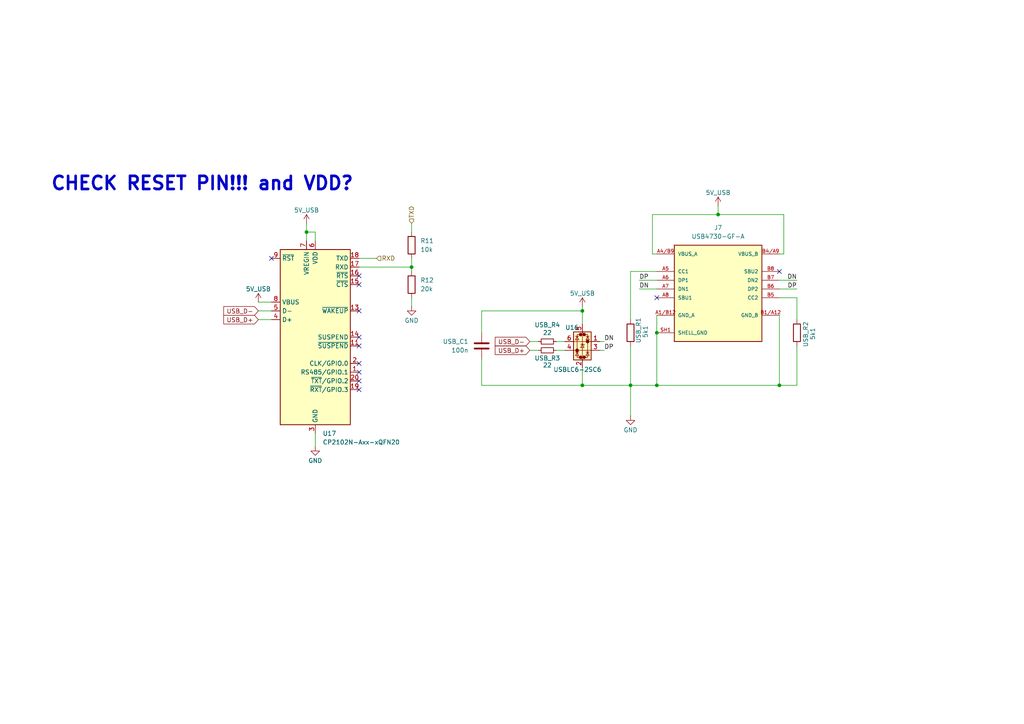
<source format=kicad_sch>
(kicad_sch (version 20250114) (generator "eeschema") (generator_version "9.0")
  (paper "A4")
  (lib_symbols
    (symbol "Device:C" (pin_numbers (hide yes)) (pin_names (offset 0.254))
      (property "Reference" "C" (at 0.635 2.54 0))
      (property "Value" "C" (at 0.635 -2.54 0))
      (symbol "C_0_1"
        (polyline (pts (xy -2.032 0.762) (xy 2.032 0.762)) (stroke (width 0.508)))
        (polyline (pts (xy -2.032 -0.762) (xy 2.032 -0.762)) (stroke (width 0.508)))
      )
      (symbol "C_1_1"
        (pin passive line (at 0 3.81 270) (length 2.794) (name "~") (number "1"))
        (pin passive line (at 0 -3.81 90) (length 2.794) (name "~") (number "2"))
      )
    )
    (symbol "Device:R" (pin_numbers (hide yes)) (pin_names (offset 0))
      (property "Reference" "R" (at 2.032 0 90))
      (property "Value" "R" (at 0 0 90))
      (symbol "R_0_1"
        (rectangle (start -1.016 -2.54) (end 1.016 2.54) (stroke (width 0.254)))
      )
      (symbol "R_1_1"
        (pin passive line (at 0 3.81 270) (length 1.27) (name "~") (number "1"))
        (pin passive line (at 0 -3.81 90) (length 1.27) (name "~") (number "2"))
      )
    )
    (symbol "Device:R_Small" (pin_numbers (hide yes)) (pin_names (offset 0.254) (hide yes))
      (property "Reference" "R" (at 0.762 0.508 0))
      (property "Value" "R_Small" (at 0.762 -1.016 0))
      (symbol "R_Small_0_1"
        (rectangle (start -0.762 1.778) (end 0.762 -1.778) (stroke (width 0.2032)))
      )
      (symbol "R_Small_1_1"
        (pin passive line (at 0 2.54 270) (length 0.762) (name "~") (number "1"))
        (pin passive line (at 0 -2.54 90) (length 0.762) (name "~") (number "2"))
      )
    )
    (symbol "Interface_USB:CP2102N-Axx-xQFN20"
      (property "Reference" "U" (at -8.89 26.67 0))
      (property "Value" "CP2102N-Axx-xQFN20" (at 12.7 26.67 0))
      (symbol "CP2102N-Axx-xQFN20_0_1"
        (rectangle (start -10.16 25.4) (end 10.16 -25.4) (stroke (width 0.254)) (fill (type background)))
      )
      (symbol "CP2102N-Axx-xQFN20_1_1"
        (pin input line (at -12.7 22.86 0) (length 2.54) (name "~{RST}") (number "9"))
        (pin input line (at -12.7 10.16 0) (length 2.54) (name "VBUS") (number "8"))
        (pin bidirectional line (at -12.7 7.62 0) (length 2.54) (name "D-") (number "5"))
        (pin bidirectional line (at -12.7 5.08 0) (length 2.54) (name "D+") (number "4"))
        (pin no_connect line (at -10.16 -22.86 0) (length 2.54) (hide yes) (name "NC") (number "10"))
        (pin power_in line (at -2.54 27.94 270) (length 2.54) (name "VREGIN") (number "7"))
        (pin power_in line (at 0 27.94 270) (length 2.54) (name "VDD") (number "6"))
        (pin passive line (at 0 -27.94 90) (length 2.54) (hide yes) (name "GND") (number "12"))
        (pin passive line (at 0 -27.94 90) (length 2.54) (hide yes) (name "GND") (number "21"))
        (pin power_in line (at 0 -27.94 90) (length 2.54) (name "GND") (number "3"))
        (pin output line (at 12.7 22.86 180) (length 2.54) (name "TXD") (number "18"))
        (pin input line (at 12.7 20.32 180) (length 2.54) (name "RXD") (number "17"))
        (pin output line (at 12.7 17.78 180) (length 2.54) (name "~{RTS}") (number "16"))
        (pin input line (at 12.7 15.24 180) (length 2.54) (name "~{CTS}") (number "15"))
        (pin input line (at 12.7 7.62 180) (length 2.54) (name "~{WAKEUP}") (number "13"))
        (pin output line (at 12.7 0 180) (length 2.54) (name "SUSPEND") (number "14"))
        (pin output line (at 12.7 -2.54 180) (length 2.54) (name "~{SUSPEND}") (number "11"))
        (pin bidirectional line (at 12.7 -7.62 180) (length 2.54) (name "CLK/GPIO.0") (number "2"))
        (pin bidirectional line (at 12.7 -10.16 180) (length 2.54) (name "RS485/GPIO.1") (number "1"))
        (pin bidirectional line (at 12.7 -12.7 180) (length 2.54) (name "~{TXT}/GPIO.2") (number "20"))
        (pin bidirectional line (at 12.7 -15.24 180) (length 2.54) (name "~{RXT}/GPIO.3") (number "19"))
      )
    )
    (symbol "Power_Protection:USBLC6-2SC6" (pin_names (hide yes))
      (property "Reference" "U" (at 0.635 5.715 0))
      (property "Value" "USBLC6-2SC6" (at 0.635 3.81 0))
      (symbol "USBLC6-2SC6_0_0"
        (circle (center -1.524 0) (radius 0.0001) (stroke (width 0.508)))
        (circle (center -0.508 2.032) (radius 0.0001) (stroke (width 0.508)))
        (circle (center -0.508 -4.572) (radius 0.0001) (stroke (width 0.508)))
        (circle (center 0.508 2.032) (radius 0.0001) (stroke (width 0.508)))
        (circle (center 0.508 -4.572) (radius 0.0001) (stroke (width 0.508)))
        (circle (center 1.524 -2.54) (radius 0.0001) (stroke (width 0.508)))
      )
      (symbol "USBLC6-2SC6_0_1"
        (polyline (pts (xy -2.54 0) (xy 2.54 0)))
        (polyline (pts (xy -2.54 -2.54) (xy 2.54 -2.54)))
        (polyline (pts (xy -2.032 0.508) (xy -1.016 0.508) (xy -1.524 1.524) (xy -2.032 0.508)))
        (polyline (pts (xy -2.032 -3.048) (xy -1.016 -3.048)))
        (polyline (pts (xy -1.016 1.524) (xy -2.032 1.524)))
        (polyline (pts (xy -1.016 -4.064) (xy -2.032 -4.064) (xy -1.524 -3.048) (xy -1.016 -4.064)))
        (polyline (pts (xy -0.508 -1.143) (xy -0.508 -0.762) (xy 0.508 -0.762)))
        (polyline (pts (xy 0 2.54) (xy -0.508 2.032) (xy 0.508 2.032) (xy 0 1.524) (xy 0 -4.064) (xy -0.508 -4.572) (xy 0.508 -4.572) (xy 0 -5.08)))
        (polyline (pts (xy 0.508 -1.778) (xy -0.508 -1.778) (xy 0 -0.762) (xy 0.508 -1.778)))
        (polyline (pts (xy 1.016 1.524) (xy 2.032 1.524)))
        (polyline (pts (xy 1.016 -3.048) (xy 2.032 -3.048)))
        (polyline (pts (xy 2.032 0.508) (xy 1.016 0.508) (xy 1.524 1.524) (xy 2.032 0.508)))
        (polyline (pts (xy 2.032 -4.064) (xy 1.016 -4.064) (xy 1.524 -3.048) (xy 2.032 -4.064)))
      )
      (symbol "USBLC6-2SC6_1_1"
        (rectangle (start -2.54 2.794) (end 2.54 -5.334) (stroke (width 0.254)) (fill (type background)))
        (polyline (pts (xy -0.508 2.032) (xy -1.524 2.032) (xy -1.524 -4.572) (xy -0.508 -4.572)))
        (polyline (pts (xy 0.508 -4.572) (xy 1.524 -4.572) (xy 1.524 2.032) (xy 0.508 2.032)))
        (pin passive line (at -5.08 0 0) (length 2.54) (name "I/O1") (number "1"))
        (pin passive line (at -5.08 -2.54 0) (length 2.54) (name "I/O2") (number "3"))
        (pin passive line (at 0 5.08 270) (length 2.54) (name "VBUS") (number "5"))
        (pin passive line (at 0 -7.62 90) (length 2.54) (name "GND") (number "2"))
        (pin passive line (at 5.08 0 180) (length 2.54) (name "I/O1") (number "6"))
        (pin passive line (at 5.08 -2.54 180) (length 2.54) (name "I/O2") (number "4"))
      )
    )
    (symbol "USB:USB4730-GF-A_REVA" (pin_names (offset 1.016))
      (property "Reference" "J" (at -12.7 13.462 0))
      (property "Value" "USB4730-GF-A_REVA" (at -12.7 -16.002 0))
      (symbol "USB4730-GF-A_REVA_0_0"
        (rectangle (start -12.7 -15.24) (end 12.7 12.7) (stroke (width 0.254)) (fill (type background)))
        (pin power_in line (at -17.78 10.16 0) (length 5.08) (name "VBUS_A") (number "A4/B9"))
        (pin bidirectional line (at -17.78 5.08 0) (length 5.08) (name "CC1") (number "A5"))
        (pin bidirectional line (at -17.78 2.54 0) (length 5.08) (name "DP1") (number "A6"))
        (pin bidirectional line (at -17.78 0 0) (length 5.08) (name "DN1") (number "A7"))
        (pin bidirectional line (at -17.78 -2.54 0) (length 5.08) (name "SBU1") (number "A8"))
        (pin power_in line (at -17.78 -7.62 0) (length 5.08) (name "GND_A") (number "A1/B12"))
        (pin power_in line (at -17.78 -12.7 0) (length 5.08) (name "SHELL_GND") (number "SH1"))
        (pin power_in line (at -17.78 -12.7 0) (length 5.08) (hide yes) (name "SHELL_GND") (number "SH2"))
        (pin power_in line (at -17.78 -12.7 0) (length 5.08) (hide yes) (name "SHELL_GND") (number "SH3"))
        (pin power_in line (at -17.78 -12.7 0) (length 5.08) (hide yes) (name "SHELL_GND") (number "SH4"))
        (pin power_in line (at 17.78 10.16 180) (length 5.08) (name "VBUS_B") (number "B4/A9"))
        (pin bidirectional line (at 17.78 5.08 180) (length 5.08) (name "SBU2") (number "B8"))
        (pin bidirectional line (at 17.78 2.54 180) (length 5.08) (name "DN2") (number "B7"))
        (pin bidirectional line (at 17.78 0 180) (length 5.08) (name "DP2") (number "B6"))
        (pin bidirectional line (at 17.78 -2.54 180) (length 5.08) (name "CC2") (number "B5"))
        (pin power_in line (at 17.78 -7.62 180) (length 5.08) (name "GND_B") (number "B1/A12"))
      )
    )
    (symbol "power:+3.3V" (power) (pin_names (offset 0))
      (property "Value" "+3.3V" (at 0 3.556 0))
      (symbol "+3.3V_0_1"
        (polyline (pts (xy -0.762 1.27) (xy 0 2.54)))
        (polyline (pts (xy 0 2.54) (xy 0.762 1.27)))
        (polyline (pts (xy 0 0) (xy 0 2.54)))
      )
      (symbol "+3.3V_1_1"
        (pin power_in line (at 0 0 90) (length 0) (hide yes) (name "+3V3") (number "1"))
      )
    )
    (symbol "power:GND" (power) (pin_numbers (hide yes)) (pin_names (offset 0) (hide yes))
      (property "Value" "GND" (at 0 -3.81 0))
      (symbol "GND_0_1"
        (polyline (pts (xy 0 0) (xy 0 -1.27) (xy 1.27 -1.27) (xy 0 -2.54) (xy -1.27 -1.27) (xy 0 -1.27)))
      )
      (symbol "GND_1_1"
        (pin power_in line (at 0 0 270) (length 0) (name "~") (number "1"))
      )
    )
  )
  (text "CHECK RESET PIN!!! and VDD?\n" (at 58.674 53.34 0) (effects (font (size 3.81 3.81) (thickness 0.762) (bold yes))))
  (junction (at 226.06 111.76))
  (junction (at 168.91 90.17))
  (junction (at 168.91 111.76))
  (junction (at 190.5 96.52))
  (junction (at 208.28 62.23))
  (junction (at 88.9 67.31))
  (junction (at 119.38 77.47))
  (junction (at 182.88 111.76))
  (junction (at 190.5 111.76))
  (no_connect (at 104.14 80.01))
  (no_connect (at 104.14 82.55))
  (no_connect (at 104.14 113.03))
  (no_connect (at 104.14 107.95))
  (no_connect (at 190.5 86.36))
  (no_connect (at 104.14 105.41))
  (no_connect (at 104.14 97.79))
  (no_connect (at 104.14 100.33))
  (no_connect (at 78.74 74.93))
  (no_connect (at 104.14 110.49))
  (no_connect (at 226.06 78.74))
  (no_connect (at 104.14 90.17))
  (wire (pts (xy 182.88 100.33) (xy 182.88 111.76)))
  (wire (pts (xy 153.67 99.06) (xy 156.21 99.06)))
  (wire (pts (xy 182.88 111.76) (xy 182.88 120.65)))
  (wire (pts (xy 168.91 106.68) (xy 168.91 111.76)))
  (wire (pts (xy 208.28 62.23) (xy 227.33 62.23)))
  (wire (pts (xy 139.7 111.76) (xy 168.91 111.76)))
  (wire (pts (xy 74.93 92.71) (xy 78.74 92.71)))
  (wire (pts (xy 168.91 88.9) (xy 168.91 90.17)))
  (wire (pts (xy 168.91 90.17) (xy 168.91 93.98)))
  (wire (pts (xy 231.14 100.33) (xy 231.14 111.76)))
  (wire (pts (xy 208.28 59.69) (xy 208.28 62.23)))
  (wire (pts (xy 182.88 111.76) (xy 190.5 111.76)))
  (wire (pts (xy 226.06 86.36) (xy 231.14 86.36)))
  (wire (pts (xy 231.14 83.82) (xy 226.06 83.82)))
  (wire (pts (xy 189.23 62.23) (xy 189.23 73.66)))
  (wire (pts (xy 185.42 81.28) (xy 190.5 81.28)))
  (wire (pts (xy 74.93 90.17) (xy 78.74 90.17)))
  (wire (pts (xy 88.9 64.77) (xy 88.9 67.31)))
  (wire (pts (xy 161.29 101.6) (xy 163.83 101.6)))
  (wire (pts (xy 182.88 111.76) (xy 168.91 111.76)))
  (wire (pts (xy 119.38 86.36) (xy 119.38 88.9)))
  (wire (pts (xy 189.23 62.23) (xy 208.28 62.23)))
  (wire (pts (xy 104.14 77.47) (xy 119.38 77.47)))
  (wire (pts (xy 88.9 67.31) (xy 88.9 69.85)))
  (wire (pts (xy 139.7 104.14) (xy 139.7 111.76)))
  (wire (pts (xy 119.38 77.47) (xy 119.38 78.74)))
  (wire (pts (xy 119.38 64.77) (xy 119.38 67.31)))
  (wire (pts (xy 109.22 74.93) (xy 104.14 74.93)))
  (wire (pts (xy 231.14 86.36) (xy 231.14 92.71)))
  (wire (pts (xy 190.5 91.44) (xy 190.5 96.52)))
  (wire (pts (xy 190.5 111.76) (xy 226.06 111.76)))
  (wire (pts (xy 88.9 67.31) (xy 91.44 67.31)))
  (wire (pts (xy 227.33 73.66) (xy 226.06 73.66)))
  (wire (pts (xy 231.14 81.28) (xy 226.06 81.28)))
  (wire (pts (xy 182.88 78.74) (xy 190.5 78.74)))
  (wire (pts (xy 185.42 83.82) (xy 190.5 83.82)))
  (wire (pts (xy 227.33 62.23) (xy 227.33 73.66)))
  (wire (pts (xy 231.14 111.76) (xy 226.06 111.76)))
  (wire (pts (xy 189.23 73.66) (xy 190.5 73.66)))
  (wire (pts (xy 190.5 96.52) (xy 190.5 111.76)))
  (wire (pts (xy 173.99 101.6) (xy 175.26 101.6)))
  (wire (pts (xy 74.93 87.63) (xy 78.74 87.63)))
  (wire (pts (xy 119.38 77.47) (xy 119.38 74.93)))
  (wire (pts (xy 182.88 92.71) (xy 182.88 78.74)))
  (wire (pts (xy 175.26 99.06) (xy 173.99 99.06)))
  (wire (pts (xy 153.67 101.6) (xy 156.21 101.6)))
  (wire (pts (xy 161.29 99.06) (xy 163.83 99.06)))
  (wire (pts (xy 226.06 91.44) (xy 226.06 111.76)))
  (wire (pts (xy 139.7 90.17) (xy 168.91 90.17)))
  (wire (pts (xy 139.7 90.17) (xy 139.7 96.52)))
  (wire (pts (xy 91.44 67.31) (xy 91.44 69.85)))
  (wire (pts (xy 91.44 129.54) (xy 91.44 125.73)))
  (label "DP" (at 185.42 81.28 0))
  (label "DN" (at 231.14 81.28 180))
  (label "DN" (at 175.26 99.06 0))
  (label "DN" (at 185.42 83.82 0))
  (label "DP" (at 231.14 83.82 180))
  (label "DP" (at 175.26 101.6 0))
  (global_label "USB_D-" (shape input) (at 153.67 99.06 180) (property "Intersheetrefs" "${INTERSHEET_REFS}" (effects (hide yes))))
  (global_label "USB_D+" (shape input) (at 153.67 101.6 180) (property "Intersheetrefs" "${INTERSHEET_REFS}" (effects (hide yes))))
  (global_label "USB_D+" (shape input) (at 74.93 92.71 180) (property "Intersheetrefs" "${INTERSHEET_REFS}" (effects (hide yes))))
  (global_label "USB_D-" (shape input) (at 74.93 90.17 180) (property "Intersheetrefs" "${INTERSHEET_REFS}" (effects (hide yes))))
  (hierarchical_label "RXD" (shape input) (at 109.22 74.93 0))
  (hierarchical_label "TXD" (shape input) (at 119.38 64.77 90))
  (symbol (lib_id "power:GND") (at 119.38 88.9 0) (mirror y) (unit 1)
    (property "Reference" "#PWR056" (effects (hide yes)))
    (property "Value" "GND" (at 119.38 92.964 0))
    (property "Description" "Power symbol creates a global label with name \"GND\" , ground" (effects (hide yes)))
  )
  (symbol (lib_id "Power_Protection:USBLC6-2SC6") (at 168.91 99.06 0) (mirror y) (unit 1)
    (property "Reference" "U16" (at 167.894 94.996 0) (effects (justify left)))
    (property "Value" "USBLC6-2SC6" (at 174.498 107.188 0) (effects (justify left)))
    (property "Footprint" "Package_TO_SOT_SMD:SOT-23-6" (effects (hide yes)))
    (property "Datasheet" "https://www.st.com/resource/en/datasheet/usblc6-2.pdf" (effects (hide yes)))
    (property "Description" "Very low capacitance ESD protection diode, 2 data-line, SOT-23-6" (effects (hide yes)))
  )
  (symbol (lib_id "power:+3.3V") (at 208.28 59.69 0) (unit 1)
    (property "Reference" "#PWR046" (effects (hide yes)))
    (property "Value" "5V_USB" (at 208.28 55.88 0))
    (property "Description" "Power symbol creates a global label with name \"+3.3V\"" (effects (hide yes)))
  )
  (symbol (lib_id "power:GND") (at 182.88 120.65 0) (mirror y) (unit 1)
    (property "Reference" "#PWR028" (effects (hide yes)))
    (property "Value" "GND" (at 182.88 124.714 0))
    (property "Description" "Power symbol creates a global label with name \"GND\" , ground" (effects (hide yes)))
  )
  (symbol (lib_id "Device:R") (at 119.38 82.55 0) (unit 1)
    (property "Reference" "R12" (at 121.92 81.2799 0) (effects (justify left)))
    (property "Value" "20k" (at 121.92 83.8199 0) (effects (justify left)))
    (property "Footprint" "Resistor_SMD:R_1206_3216Metric" (effects (hide yes)))
    (property "Description" "Resistor" (effects (hide yes)))
  )
  (symbol (lib_id "power:+3.3V") (at 88.9 64.77 0) (unit 1)
    (property "Reference" "#PWR054" (effects (hide yes)))
    (property "Value" "5V_USB" (at 88.9 60.96 0))
    (property "Description" "Power symbol creates a global label with name \"+3.3V\"" (effects (hide yes)))
  )
  (symbol (lib_id "Device:R_Small") (at 158.75 99.06 90) (mirror x) (unit 1)
    (property "Reference" "USB_R4" (at 158.75 94.234 90))
    (property "Value" "22" (at 158.75 96.52 90))
    (property "Footprint" "Resistor_SMD:R_0603_1608Metric_Pad0.98x0.95mm_HandSolder" (effects (hide yes)))
    (property "Description" "Resistor, small symbol" (effects (hide yes)))
    (property "Arrow Part Number" "xx" (effects (hide yes)))
    (property "MANUFACTURER" "0" (effects (hide yes)))
    (property "# Footprint checked" "-" (effects (hide yes)))
    (property "# Value checked" "-" (effects (hide yes)))
    (property "#LCSC Check" "-" (effects (hide yes)))
    (property "#LCSC Part" "C25092" (effects (hide yes)))
    (property "Price" "-" (effects (hide yes)))
  )
  (symbol (lib_id "Device:R") (at 182.88 96.52 180) (unit 1)
    (property "Reference" "USB_R1" (at 185.166 99.568 90) (effects (justify right)))
    (property "Value" "5k1" (at 187.198 98.044 90) (effects (justify right)))
    (property "Footprint" "Resistor_SMD:R_0603_1608Metric_Pad0.98x0.95mm_HandSolder" (effects (hide yes)))
    (property "Description" "Resistor" (effects (hide yes)))
  )
  (symbol (lib_id "Device:R") (at 119.38 71.12 0) (unit 1)
    (property "Reference" "R11" (at 121.92 69.8499 0) (effects (justify left)))
    (property "Value" "10k" (at 121.92 72.3899 0) (effects (justify left)))
    (property "Footprint" "Resistor_SMD:R_1206_3216Metric" (effects (hide yes)))
    (property "Description" "Resistor" (effects (hide yes)))
  )
  (symbol (lib_id "USB:USB4730-GF-A_REVA") (at 208.28 83.82 0) (unit 1)
    (property "Reference" "J7" (at 208.28 66.04 0))
    (property "Value" "USB4730-GF-A" (at 208.28 68.58 0))
    (property "Footprint" "All:GCT_USB4730-GF-A_REVA" (effects (hide yes)))
    (property "Datasheet" "https://gct.co/files/specs/usb4730-spec.pdf" (effects (hide yes)))
    (property "MF" "Global Connector Technology" (effects (hide yes)))
    (property "MAXIMUM_PACKAGE_HEIGHT" "4.66mm" (effects (hide yes)))
    (property "Package" "None" (effects (hide yes)))
    (property "Price" "None" (effects (hide yes)))
    (property "Check_prices" "https://www.snapeda.com/parts/USB4730-GF-A/Global+Connector+Technology/view-part/?ref=eda" (effects (hide yes)))
    (property "STANDARD" "Manufacturer Recommendations" (effects (hide yes)))
    (property "PARTREV" "A" (effects (hide yes)))
    (property "SnapEDA_Link" "https://www.snapeda.com/parts/USB4730-GF-A/Global+Connector+Technology/view-part/?ref=snap" (effects (hide yes)))
    (property "MP" "USB4730-GF-A" (effects (hide yes)))
    (property "Description_1" "USB-C (USB TYPE-C) USB 2.0 Receptacle Connector 24 (16+8 Dummy) Position Surface Mount, Right Angle; Through Hole" (effects (hide yes)))
    (property "MANUFACTURER" "Global Connector Technology" (effects (hide yes)))
    (property "Availability" "In Stock" (effects (hide yes)))
    (property "SNAPEDA_PN" "USB4730-GF-A" (effects (hide yes)))
  )
  (symbol (lib_id "power:+3.3V") (at 168.91 88.9 0) (unit 1)
    (property "Reference" "#PWR027" (effects (hide yes)))
    (property "Value" "5V_USB" (at 168.91 85.09 0))
    (property "Description" "Power symbol creates a global label with name \"+3.3V\"" (effects (hide yes)))
  )
  (symbol (lib_id "Device:R_Small") (at 158.75 101.6 90) (mirror x) (unit 1)
    (property "Reference" "USB_R3" (at 158.75 103.886 90))
    (property "Value" "22" (at 158.75 105.918 90))
    (property "Footprint" "Resistor_SMD:R_0603_1608Metric_Pad0.98x0.95mm_HandSolder" (effects (hide yes)))
    (property "Description" "Resistor, small symbol" (effects (hide yes)))
    (property "Arrow Part Number" "xx" (effects (hide yes)))
    (property "MANUFACTURER" "0" (effects (hide yes)))
    (property "# Footprint checked" "-" (effects (hide yes)))
    (property "# Value checked" "-" (effects (hide yes)))
    (property "#LCSC Check" "-" (effects (hide yes)))
    (property "#LCSC Part" "C25092" (effects (hide yes)))
    (property "Price" "-" (effects (hide yes)))
  )
  (symbol (lib_id "power:GND") (at 91.44 129.54 0) (mirror y) (unit 1)
    (property "Reference" "#PWR055" (effects (hide yes)))
    (property "Value" "GND" (at 91.44 133.604 0))
    (property "Description" "Power symbol creates a global label with name \"GND\" , ground" (effects (hide yes)))
  )
  (symbol (lib_id "power:+3.3V") (at 74.93 87.63 0) (unit 1)
    (property "Reference" "#PWR053" (effects (hide yes)))
    (property "Value" "5V_USB" (at 74.93 83.82 0))
    (property "Description" "Power symbol creates a global label with name \"+3.3V\"" (effects (hide yes)))
  )
  (symbol (lib_id "Device:C") (at 139.7 100.33 0) (mirror x) (unit 1)
    (property "Reference" "USB_C1" (at 135.89 99.0599 0) (effects (justify right)))
    (property "Value" "100n" (at 135.89 101.5999 0) (effects (justify right)))
    (property "Footprint" "Capacitor_SMD:C_0603_1608Metric_Pad1.08x0.95mm_HandSolder" (effects (hide yes)))
    (property "Description" "Unpolarized capacitor" (effects (hide yes)))
  )
  (symbol (lib_id "Interface_USB:CP2102N-Axx-xQFN20") (at 91.44 97.79 0) (unit 1)
    (property "Reference" "U17" (at 93.5833 125.73 0) (effects (justify left)))
    (property "Value" "CP2102N-Axx-xQFN20" (at 93.5833 128.27 0) (effects (justify left)))
    (property "Footprint" "Package_DFN_QFN:SiliconLabs_QFN-20-1EP_3x3mm_P0.5mm" (effects (hide yes)))
    (property "Datasheet" "https://www.silabs.com/documents/public/data-sheets/cp2102n-datasheet.pdf" (effects (hide yes)))
    (property "Description" "USB to UART master bridge, QFN-20" (effects (hide yes)))
  )
  (symbol (lib_id "Device:R") (at 231.14 96.52 0) (mirror y) (unit 1)
    (property "Reference" "USB_R2" (at 233.68 93.218 90) (effects (justify right)))
    (property "Value" "5k1" (at 235.712 94.996 90) (effects (justify right)))
    (property "Footprint" "Resistor_SMD:R_0603_1608Metric_Pad0.98x0.95mm_HandSolder" (effects (hide yes)))
    (property "Description" "Resistor" (effects (hide yes)))
  )
)
</source>
